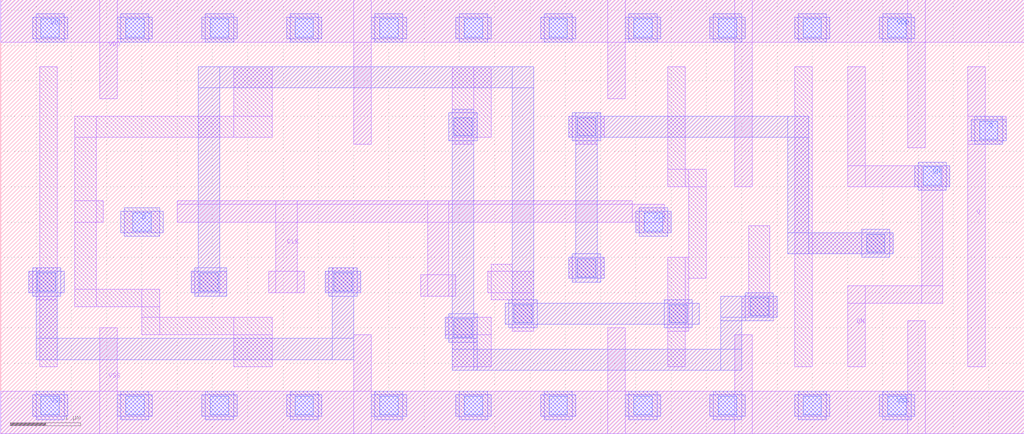
<source format=lef>
# Copyright 2022 Google LLC
# Licensed under the Apache License, Version 2.0 (the "License");
# you may not use this file except in compliance with the License.
# You may obtain a copy of the License at
#
#      http://www.apache.org/licenses/LICENSE-2.0
#
# Unless required by applicable law or agreed to in writing, software
# distributed under the License is distributed on an "AS IS" BASIS,
# WITHOUT WARRANTIES OR CONDITIONS OF ANY KIND, either express or implied.
# See the License for the specific language governing permissions and
# limitations under the License.
VERSION 5.7 ;
BUSBITCHARS "[]" ;
DIVIDERCHAR "/" ;

MACRO gf180mcu_osu_sc_9T_dff_1
  CLASS CORE ;
  ORIGIN 0 0 ;
  FOREIGN gf180mcu_osu_sc_9T_dff_1 0 0 ;
  SIZE 14.5 BY 6.15 ;
  SYMMETRY X Y ;
  SITE GF018hv5v_mcu_sc7 ;
  PIN CLK
    DIRECTION INPUT ;
    USE CLOCK ;
    PORT
      LAYER MET1 ;
        RECT 9 2.85 9.5 3.15 ;
        RECT 2.5 3 9.4 3.25 ;
        RECT 2.5 3 8.95 3.3 ;
        RECT 5.95 1.95 6.45 2.25 ;
        RECT 6.05 1.95 6.35 3.3 ;
        RECT 3.8 2 4.3 2.3 ;
        RECT 3.9 2 4.2 3.3 ;
      LAYER MET2 ;
        RECT 9 2.85 9.5 3.15 ;
        RECT 9.05 2.8 9.45 3.2 ;
      LAYER VIA12 ;
        RECT 9.12 2.87 9.38 3.13 ;
    END
  END CLK
  PIN D
    DIRECTION INPUT ;
    USE SIGNAL ;
    PORT
      LAYER MET1 ;
        RECT 1.75 2.85 2.25 3.15 ;
      LAYER MET2 ;
        RECT 1.7 2.85 2.3 3.15 ;
        RECT 1.75 2.8 2.25 3.2 ;
      LAYER VIA12 ;
        RECT 1.87 2.87 2.13 3.13 ;
    END
  END D
  PIN Q
    DIRECTION OUTPUT ;
    USE SIGNAL ;
    PORT
      LAYER MET1 ;
        RECT 13.7 4.15 14.25 4.5 ;
        RECT 13.7 4.1 14.2 4.5 ;
        RECT 13.7 0.95 13.95 5.2 ;
      LAYER MET2 ;
        RECT 13.75 4.15 14.25 4.45 ;
        RECT 13.8 4.1 14.2 4.5 ;
      LAYER VIA12 ;
        RECT 13.87 4.17 14.13 4.43 ;
    END
  END Q
  PIN QN
    DIRECTION OUTPUT ;
    USE SIGNAL ;
    PORT
      LAYER MET1 ;
        RECT 12 3.5 13.45 3.8 ;
        RECT 13.05 1.85 13.35 3.8 ;
        RECT 12 1.85 13.35 2.1 ;
        RECT 12 3.5 12.25 5.2 ;
        RECT 12 0.95 12.25 2.1 ;
      LAYER MET2 ;
        RECT 12.95 3.5 13.45 3.8 ;
        RECT 13 3.45 13.4 3.85 ;
      LAYER VIA12 ;
        RECT 13.07 3.52 13.33 3.78 ;
    END
  END QN
  PIN VDD
    DIRECTION INOUT ;
    USE POWER ;
    SHAPE ABUTMENT ;
    PORT
      LAYER MET1 ;
        RECT 0 5.55 14.5 6.15 ;
        RECT 12.85 4.05 13.1 6.15 ;
        RECT 10.4 3.5 10.65 6.15 ;
        RECT 8.6 4.75 8.85 6.15 ;
        RECT 5 4.1 5.25 6.15 ;
        RECT 1.4 4.75 1.65 6.15 ;
      LAYER MET2 ;
        RECT 12.45 5.6 12.95 5.9 ;
        RECT 12.5 5.55 12.9 5.95 ;
        RECT 11.25 5.6 11.75 5.9 ;
        RECT 11.3 5.55 11.7 5.95 ;
        RECT 10.05 5.6 10.55 5.9 ;
        RECT 10.1 5.55 10.5 5.95 ;
        RECT 8.85 5.6 9.35 5.9 ;
        RECT 8.9 5.55 9.3 5.95 ;
        RECT 7.65 5.6 8.15 5.9 ;
        RECT 7.7 5.55 8.1 5.95 ;
        RECT 6.45 5.6 6.95 5.9 ;
        RECT 6.5 5.55 6.9 5.95 ;
        RECT 5.25 5.6 5.75 5.9 ;
        RECT 5.3 5.55 5.7 5.95 ;
        RECT 4.05 5.6 4.55 5.9 ;
        RECT 4.1 5.55 4.5 5.95 ;
        RECT 2.85 5.6 3.35 5.9 ;
        RECT 2.9 5.55 3.3 5.95 ;
        RECT 1.65 5.6 2.15 5.9 ;
        RECT 1.7 5.55 2.1 5.95 ;
        RECT 0.45 5.6 0.95 5.9 ;
        RECT 0.5 5.55 0.9 5.95 ;
      LAYER VIA12 ;
        RECT 0.57 5.62 0.83 5.88 ;
        RECT 1.77 5.62 2.03 5.88 ;
        RECT 2.97 5.62 3.23 5.88 ;
        RECT 4.17 5.62 4.43 5.88 ;
        RECT 5.37 5.62 5.63 5.88 ;
        RECT 6.57 5.62 6.83 5.88 ;
        RECT 7.77 5.62 8.03 5.88 ;
        RECT 8.97 5.62 9.23 5.88 ;
        RECT 10.17 5.62 10.43 5.88 ;
        RECT 11.37 5.62 11.63 5.88 ;
        RECT 12.57 5.62 12.83 5.88 ;
    END
  END VDD
  PIN VSS
    DIRECTION INOUT ;
    USE GROUND ;
    PORT
      LAYER MET1 ;
        RECT 0 0 14.5 0.6 ;
        RECT 12.85 0 13.1 1.6 ;
        RECT 10.4 0 10.65 1.4 ;
        RECT 8.6 0 8.85 1.5 ;
        RECT 5 0 5.25 1.4 ;
        RECT 1.4 0 1.65 1.5 ;
      LAYER MET2 ;
        RECT 12.45 0.25 12.95 0.55 ;
        RECT 12.5 0.2 12.9 0.6 ;
        RECT 11.25 0.25 11.75 0.55 ;
        RECT 11.3 0.2 11.7 0.6 ;
        RECT 10.05 0.25 10.55 0.55 ;
        RECT 10.1 0.2 10.5 0.6 ;
        RECT 8.85 0.25 9.35 0.55 ;
        RECT 8.9 0.2 9.3 0.6 ;
        RECT 7.65 0.25 8.15 0.55 ;
        RECT 7.7 0.2 8.1 0.6 ;
        RECT 6.45 0.25 6.95 0.55 ;
        RECT 6.5 0.2 6.9 0.6 ;
        RECT 5.25 0.25 5.75 0.55 ;
        RECT 5.3 0.2 5.7 0.6 ;
        RECT 4.05 0.25 4.55 0.55 ;
        RECT 4.1 0.2 4.5 0.6 ;
        RECT 2.85 0.25 3.35 0.55 ;
        RECT 2.9 0.2 3.3 0.6 ;
        RECT 1.65 0.25 2.15 0.55 ;
        RECT 1.7 0.2 2.1 0.6 ;
        RECT 0.45 0.25 0.95 0.55 ;
        RECT 0.5 0.2 0.9 0.6 ;
      LAYER VIA12 ;
        RECT 0.57 0.27 0.83 0.53 ;
        RECT 1.77 0.27 2.03 0.53 ;
        RECT 2.97 0.27 3.23 0.53 ;
        RECT 4.17 0.27 4.43 0.53 ;
        RECT 5.37 0.27 5.63 0.53 ;
        RECT 6.57 0.27 6.83 0.53 ;
        RECT 7.77 0.27 8.03 0.53 ;
        RECT 8.97 0.27 9.23 0.53 ;
        RECT 10.17 0.27 10.43 0.53 ;
        RECT 11.37 0.27 11.63 0.53 ;
        RECT 12.57 0.27 12.83 0.53 ;
    END
  END VSS
  OBS
    LAYER MET2 ;
      RECT 8.1 4.15 8.5 4.55 ;
      RECT 8.05 4.2 11.45 4.5 ;
      RECT 11.15 2.55 11.45 4.5 ;
      RECT 8.15 2.15 8.45 4.55 ;
      RECT 12.2 2.5 12.6 2.9 ;
      RECT 11.15 2.55 12.65 2.85 ;
      RECT 8.1 2.15 8.5 2.55 ;
      RECT 8.05 2.2 8.55 2.5 ;
      RECT 6.4 0.9 6.7 4.6 ;
      RECT 6.35 4.15 6.75 4.55 ;
      RECT 10.55 1.6 10.95 2 ;
      RECT 10.2 1.65 11 1.95 ;
      RECT 6.35 1.3 6.75 1.7 ;
      RECT 6.4 0.9 6.75 1.7 ;
      RECT 6.3 1.35 6.75 1.65 ;
      RECT 10.2 1.6 10.95 1.95 ;
      RECT 10.2 0.9 10.5 1.95 ;
      RECT 6.4 0.9 10.5 1.2 ;
      RECT 2.8 4.9 7.55 5.2 ;
      RECT 7.25 1.5 7.55 5.2 ;
      RECT 2.8 1.95 3.1 5.2 ;
      RECT 2.75 1.95 3.2 2.35 ;
      RECT 2.7 2 3.2 2.3 ;
      RECT 9.4 1.5 9.8 1.9 ;
      RECT 7.2 1.5 7.6 1.9 ;
      RECT 7.15 1.55 9.9 1.85 ;
      RECT 4.65 1.95 5.05 2.35 ;
      RECT 0.45 1.95 0.85 2.35 ;
      RECT 4.6 2 5.1 2.3 ;
      RECT 0.4 2 0.9 2.3 ;
      RECT 4.7 1.05 5 2.35 ;
      RECT 0.5 1.05 0.8 2.35 ;
      RECT 0.5 1.05 5 1.35 ;
    LAYER VIA12 ;
      RECT 12.27 2.57 12.53 2.83 ;
      RECT 10.62 1.67 10.88 1.93 ;
      RECT 9.47 1.57 9.73 1.83 ;
      RECT 8.17 2.22 8.43 2.48 ;
      RECT 8.17 4.22 8.43 4.48 ;
      RECT 7.27 1.57 7.53 1.83 ;
      RECT 6.42 1.37 6.68 1.63 ;
      RECT 6.42 4.22 6.68 4.48 ;
      RECT 4.72 2.02 4.98 2.28 ;
      RECT 2.82 2.02 3.08 2.28 ;
      RECT 0.52 2.02 0.78 2.28 ;
    LAYER MET1 ;
      RECT 11.25 0.95 11.5 5.2 ;
      RECT 11.25 2.55 12.65 2.85 ;
      RECT 10.6 1.65 10.9 2.95 ;
      RECT 10.5 1.65 11 1.95 ;
      RECT 9.45 3.5 9.7 5.2 ;
      RECT 9.45 3.5 10 3.75 ;
      RECT 9.75 2.2 10 3.75 ;
      RECT 9.45 1.45 9.75 2.5 ;
      RECT 9.45 0.95 9.7 2.5 ;
      RECT 8.05 4.2 8.55 4.5 ;
      RECT 8.15 4.1 8.45 4.5 ;
      RECT 6.95 1.9 7.25 2.4 ;
      RECT 6.9 2 7.55 2.3 ;
      RECT 7.25 1.45 7.55 2.3 ;
      RECT 6.3 1.4 6.95 1.65 ;
      RECT 6.4 0.95 6.95 1.65 ;
      RECT 6.4 4.2 6.95 5.2 ;
      RECT 6.4 4.1 6.7 5.2 ;
      RECT 4.7 2 5 2.35 ;
      RECT 4.6 2 5.1 2.3 ;
      RECT 3.3 4.2 3.85 5.2 ;
      RECT 1.05 4.2 3.85 4.5 ;
      RECT 1.05 1.8 1.35 4.5 ;
      RECT 1.05 3 1.45 3.3 ;
      RECT 1.05 1.8 2.25 2.05 ;
      RECT 2 1.4 2.25 2.05 ;
      RECT 2 1.4 3.85 1.65 ;
      RECT 3.3 0.95 3.85 1.65 ;
      RECT 0.55 0.95 0.8 5.2 ;
      RECT 0.5 1.9 0.8 2.35 ;
      RECT 0.4 2 0.8 2.3 ;
      RECT 8.05 2.2 8.55 2.5 ;
      RECT 2.7 2 3.2 2.3 ;
  END
END gf180mcu_osu_sc_9T_dff_1

</source>
